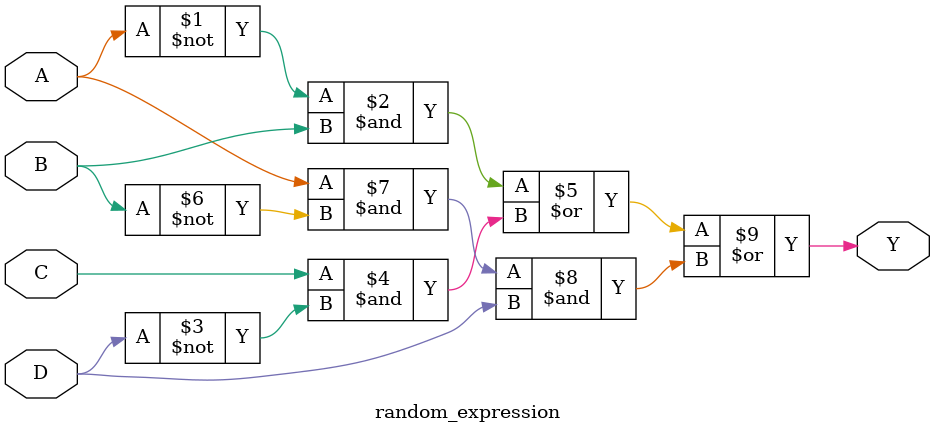
<source format=v>
`timescale 1ns / 1ps
module random_expression(
    input A,
    input B,
    input C,
    input D,
    output Y
    );
    
    assign Y = (~A & B) | (C & ~D) | (A & ~B & D);
endmodule


</source>
